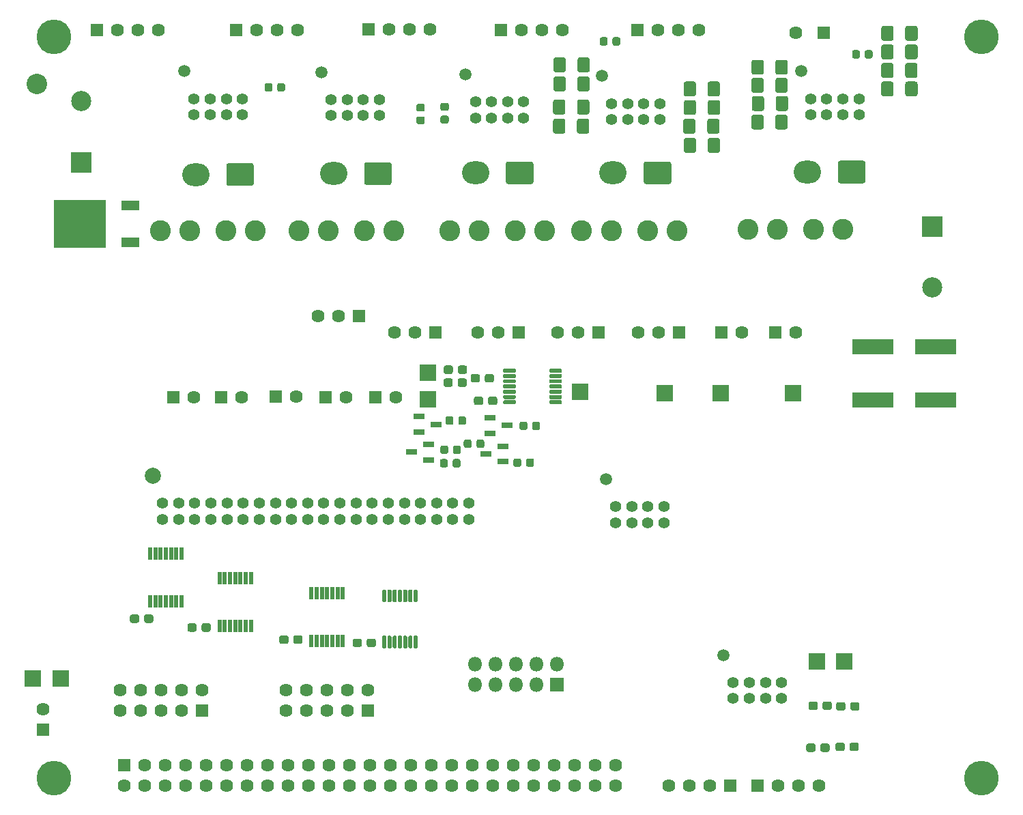
<source format=gbr>
%TF.GenerationSoftware,KiCad,Pcbnew,(5.1.6)-1*%
%TF.CreationDate,2021-03-29T16:14:19-07:00*%
%TF.ProjectId,expansion,65787061-6e73-4696-9f6e-2e6b69636164,1.03*%
%TF.SameCoordinates,Original*%
%TF.FileFunction,Soldermask,Bot*%
%TF.FilePolarity,Negative*%
%FSLAX46Y46*%
G04 Gerber Fmt 4.6, Leading zero omitted, Abs format (unit mm)*
G04 Created by KiCad (PCBNEW (5.1.6)-1) date 2021-03-29 16:14:19*
%MOMM*%
%LPD*%
G01*
G04 APERTURE LIST*
%ADD10R,5.180000X1.878000*%
%ADD11R,2.300000X1.300000*%
%ADD12R,6.500000X5.900000*%
%ADD13C,1.624000*%
%ADD14R,1.624000X1.624000*%
%ADD15C,2.500000*%
%ADD16R,2.500000X2.500000*%
%ADD17O,3.400000X2.800000*%
%ADD18C,4.301160*%
%ADD19O,1.800000X1.800000*%
%ADD20R,1.800000X1.800000*%
%ADD21C,2.540000*%
%ADD22R,2.100000X2.100000*%
%ADD23C,2.600000*%
%ADD24R,0.550000X1.575000*%
%ADD25C,1.420800*%
%ADD26C,1.497000*%
%ADD27C,2.005000*%
%ADD28R,1.440000X0.740000*%
G04 APERTURE END LIST*
D10*
%TO.C,D6*%
X134400000Y-76752000D03*
X134400000Y-70148000D03*
%TD*%
%TO.C,D7*%
X142200000Y-70198000D03*
X142200000Y-76802000D03*
%TD*%
D11*
%TO.C,D5*%
X42300000Y-52620000D03*
X42300000Y-57180000D03*
D12*
X36000000Y-54900000D03*
%TD*%
D13*
%TO.C,J9*%
X75090000Y-68389000D03*
X77630000Y-68389000D03*
D14*
X80170000Y-68389000D03*
%TD*%
D15*
%TO.C,J29*%
X36200000Y-39680000D03*
D16*
X36200000Y-47300000D03*
%TD*%
D13*
%TO.C,J1*%
X102484800Y-124655000D03*
X102484800Y-122115000D03*
X99944800Y-124655000D03*
X99944800Y-122115000D03*
X97404800Y-124655000D03*
X97404800Y-122115000D03*
X94864800Y-124655000D03*
X94864800Y-122115000D03*
X92324800Y-124655000D03*
X92324800Y-122115000D03*
X77084800Y-124655000D03*
X89784800Y-124655000D03*
X89784800Y-122115000D03*
X51684800Y-122115000D03*
X49144800Y-122115000D03*
X46604800Y-122115000D03*
X44064800Y-122115000D03*
X87244800Y-122115000D03*
X84704800Y-122115000D03*
X87244800Y-124655000D03*
X84704800Y-124655000D03*
X82164800Y-124655000D03*
X79624800Y-124655000D03*
X74544800Y-124655000D03*
X82164800Y-122115000D03*
X72004800Y-124655000D03*
X69464800Y-124655000D03*
X79624800Y-122115000D03*
X66924800Y-124655000D03*
X77084800Y-122115000D03*
X64384800Y-124655000D03*
X74544800Y-122115000D03*
X61844800Y-124655000D03*
X72004800Y-122115000D03*
X59304800Y-124655000D03*
X69464800Y-122115000D03*
X56764800Y-124655000D03*
X66924800Y-122115000D03*
X54224800Y-124655000D03*
X64384800Y-122115000D03*
X51684800Y-124655000D03*
X61844800Y-122115000D03*
X49144800Y-124655000D03*
X59304800Y-122115000D03*
X46604800Y-124655000D03*
X56764800Y-122115000D03*
X44064800Y-124655000D03*
X54224800Y-122115000D03*
X41524800Y-124655000D03*
D14*
X41524800Y-122115000D03*
%TD*%
D13*
%TO.C,J17*%
X124850000Y-31200000D03*
D14*
X128350000Y-31200000D03*
%TD*%
D17*
%TO.C,J31*%
X67500000Y-48700000D03*
G36*
G01*
X74440740Y-50100000D02*
X71559260Y-50100000D01*
G75*
G02*
X71300000Y-49840740I0J259260D01*
G01*
X71300000Y-47559260D01*
G75*
G02*
X71559260Y-47300000I259260J0D01*
G01*
X74440740Y-47300000D01*
G75*
G02*
X74700000Y-47559260I0J-259260D01*
G01*
X74700000Y-49840740D01*
G75*
G02*
X74440740Y-50100000I-259260J0D01*
G01*
G37*
%TD*%
D14*
%TO.C,J28*%
X31490000Y-117675000D03*
D13*
X31490000Y-115135000D03*
%TD*%
%TO.C,J27*%
X50195100Y-76453200D03*
D14*
X47655100Y-76453200D03*
%TD*%
%TO.C,J26*%
X53598700Y-76453200D03*
D13*
X56138700Y-76453200D03*
%TD*%
%TO.C,J25*%
X62907800Y-76377000D03*
D14*
X60367800Y-76377000D03*
%TD*%
D13*
%TO.C,J24*%
X118150000Y-68389000D03*
D14*
X115610000Y-68389000D03*
%TD*%
%TO.C,J23*%
X66540000Y-76415100D03*
D13*
X69080000Y-76415100D03*
%TD*%
D14*
%TO.C,J21*%
X122327560Y-68389000D03*
D13*
X124867560Y-68389000D03*
%TD*%
%TO.C,J20*%
X75252200Y-76415100D03*
D14*
X72712200Y-76415100D03*
%TD*%
D13*
%TO.C,J3*%
X112814060Y-30896060D03*
X110274060Y-30896060D03*
X107734060Y-30896060D03*
D14*
X105194060Y-30896060D03*
%TD*%
D18*
%TO.C,M7*%
X32853520Y-123694960D03*
%TD*%
%TO.C,M6*%
X147852020Y-31696160D03*
%TD*%
%TO.C,M5*%
X32853520Y-31696160D03*
%TD*%
%TO.C,M4*%
X147852020Y-123694960D03*
%TD*%
D19*
%TO.C,J15*%
X85060000Y-109525000D03*
X85060000Y-112065000D03*
X87600000Y-109525000D03*
X87600000Y-112065000D03*
X90140000Y-109525000D03*
X90140000Y-112065000D03*
X92680000Y-109525000D03*
X92680000Y-112065000D03*
X95220000Y-109525000D03*
D20*
X95220000Y-112065000D03*
%TD*%
D13*
%TO.C,J14*%
X127770000Y-124635000D03*
X125230000Y-124635000D03*
X122690000Y-124635000D03*
D14*
X120150000Y-124635000D03*
%TD*%
D21*
%TO.C,M3*%
X30700000Y-37600000D03*
%TD*%
D13*
%TO.C,J18*%
X40996000Y-112728000D03*
X40996000Y-115268000D03*
X43536000Y-112728000D03*
X43536000Y-115268000D03*
X46076000Y-112728000D03*
X46076000Y-115268000D03*
X48616000Y-112728000D03*
X48616000Y-115268000D03*
X51156000Y-112728000D03*
D14*
X51156000Y-115268000D03*
%TD*%
D13*
%TO.C,J19*%
X61604600Y-112728000D03*
X61604600Y-115268000D03*
X64144600Y-112728000D03*
X64144600Y-115268000D03*
X66684600Y-112728000D03*
X66684600Y-115268000D03*
X69224600Y-112728000D03*
X69224600Y-115268000D03*
X71764600Y-112728000D03*
D14*
X71764600Y-115268000D03*
%TD*%
D13*
%TO.C,J12*%
X65620000Y-66389000D03*
X68160000Y-66389000D03*
D14*
X70700000Y-66389000D03*
%TD*%
%TO.C,J2*%
X110330000Y-68389000D03*
D13*
X107790000Y-68389000D03*
X105250000Y-68389000D03*
%TD*%
%TO.C,J4*%
X95340000Y-68389000D03*
X97880000Y-68389000D03*
D14*
X100420000Y-68389000D03*
%TD*%
%TO.C,J6*%
X90480000Y-68389000D03*
D13*
X87940000Y-68389000D03*
X85400000Y-68389000D03*
%TD*%
D14*
%TO.C,J5*%
X88311180Y-30906060D03*
D13*
X90851180Y-30906060D03*
X93391180Y-30906060D03*
X95931180Y-30906060D03*
%TD*%
%TO.C,J7*%
X79479420Y-30837800D03*
X76939420Y-30837800D03*
X74399420Y-30837800D03*
D14*
X71859420Y-30837800D03*
%TD*%
%TO.C,J8*%
X55434120Y-30896060D03*
D13*
X57974120Y-30896060D03*
X60514120Y-30896060D03*
X63054120Y-30896060D03*
%TD*%
%TO.C,J10*%
X45792280Y-30896060D03*
X43252280Y-30896060D03*
X40712280Y-30896060D03*
D14*
X38172280Y-30896060D03*
%TD*%
D13*
%TO.C,J22*%
X109070000Y-124645000D03*
X111610000Y-124645000D03*
X114150000Y-124645000D03*
D14*
X116690000Y-124645000D03*
%TD*%
%TO.C,J30*%
G36*
G01*
X57340740Y-50200000D02*
X54459260Y-50200000D01*
G75*
G02*
X54200000Y-49940740I0J259260D01*
G01*
X54200000Y-47659260D01*
G75*
G02*
X54459260Y-47400000I259260J0D01*
G01*
X57340740Y-47400000D01*
G75*
G02*
X57600000Y-47659260I0J-259260D01*
G01*
X57600000Y-49940740D01*
G75*
G02*
X57340740Y-50200000I-259260J0D01*
G01*
G37*
D17*
X50400000Y-48800000D03*
%TD*%
%TO.C,J32*%
X85100000Y-48600000D03*
G36*
G01*
X92040740Y-50000000D02*
X89159260Y-50000000D01*
G75*
G02*
X88900000Y-49740740I0J259260D01*
G01*
X88900000Y-47459260D01*
G75*
G02*
X89159260Y-47200000I259260J0D01*
G01*
X92040740Y-47200000D01*
G75*
G02*
X92300000Y-47459260I0J-259260D01*
G01*
X92300000Y-49740740D01*
G75*
G02*
X92040740Y-50000000I-259260J0D01*
G01*
G37*
%TD*%
%TO.C,J33*%
X102200000Y-48600000D03*
G36*
G01*
X109140740Y-50000000D02*
X106259260Y-50000000D01*
G75*
G02*
X106000000Y-49740740I0J259260D01*
G01*
X106000000Y-47459260D01*
G75*
G02*
X106259260Y-47200000I259260J0D01*
G01*
X109140740Y-47200000D01*
G75*
G02*
X109400000Y-47459260I0J-259260D01*
G01*
X109400000Y-49740740D01*
G75*
G02*
X109140740Y-50000000I-259260J0D01*
G01*
G37*
%TD*%
%TO.C,J34*%
X126300000Y-48500000D03*
G36*
G01*
X133240740Y-49900000D02*
X130359260Y-49900000D01*
G75*
G02*
X130100000Y-49640740I0J259260D01*
G01*
X130100000Y-47359260D01*
G75*
G02*
X130359260Y-47100000I259260J0D01*
G01*
X133240740Y-47100000D01*
G75*
G02*
X133500000Y-47359260I0J-259260D01*
G01*
X133500000Y-49640740D01*
G75*
G02*
X133240740Y-49900000I-259260J0D01*
G01*
G37*
%TD*%
%TO.C,D1*%
G36*
G01*
X131010001Y-114512499D02*
X131010001Y-115037499D01*
G75*
G02*
X130747501Y-115299999I-262500J0D01*
G01*
X130122501Y-115299999D01*
G75*
G02*
X129860001Y-115037499I0J262500D01*
G01*
X129860001Y-114512499D01*
G75*
G02*
X130122501Y-114249999I262500J0D01*
G01*
X130747501Y-114249999D01*
G75*
G02*
X131010001Y-114512499I0J-262500D01*
G01*
G37*
G36*
G01*
X132760001Y-114512499D02*
X132760001Y-115037499D01*
G75*
G02*
X132497501Y-115299999I-262500J0D01*
G01*
X131872501Y-115299999D01*
G75*
G02*
X131610001Y-115037499I0J262500D01*
G01*
X131610001Y-114512499D01*
G75*
G02*
X131872501Y-114249999I262500J0D01*
G01*
X132497501Y-114249999D01*
G75*
G02*
X132760001Y-114512499I0J-262500D01*
G01*
G37*
%TD*%
%TO.C,D2*%
G36*
G01*
X132675000Y-119537500D02*
X132675000Y-120062500D01*
G75*
G02*
X132412500Y-120325000I-262500J0D01*
G01*
X131787500Y-120325000D01*
G75*
G02*
X131525000Y-120062500I0J262500D01*
G01*
X131525000Y-119537500D01*
G75*
G02*
X131787500Y-119275000I262500J0D01*
G01*
X132412500Y-119275000D01*
G75*
G02*
X132675000Y-119537500I0J-262500D01*
G01*
G37*
G36*
G01*
X130925000Y-119537500D02*
X130925000Y-120062500D01*
G75*
G02*
X130662500Y-120325000I-262500J0D01*
G01*
X130037500Y-120325000D01*
G75*
G02*
X129775000Y-120062500I0J262500D01*
G01*
X129775000Y-119537500D01*
G75*
G02*
X130037500Y-119275000I262500J0D01*
G01*
X130662500Y-119275000D01*
G75*
G02*
X130925000Y-119537500I0J-262500D01*
G01*
G37*
%TD*%
%TO.C,R8*%
G36*
G01*
X99300000Y-34552544D02*
X99300000Y-35867456D01*
G75*
G02*
X99032456Y-36135000I-267544J0D01*
G01*
X98042544Y-36135000D01*
G75*
G02*
X97775000Y-35867456I0J267544D01*
G01*
X97775000Y-34552544D01*
G75*
G02*
X98042544Y-34285000I267544J0D01*
G01*
X99032456Y-34285000D01*
G75*
G02*
X99300000Y-34552544I0J-267544D01*
G01*
G37*
G36*
G01*
X96325000Y-34552544D02*
X96325000Y-35867456D01*
G75*
G02*
X96057456Y-36135000I-267544J0D01*
G01*
X95067544Y-36135000D01*
G75*
G02*
X94800000Y-35867456I0J267544D01*
G01*
X94800000Y-34552544D01*
G75*
G02*
X95067544Y-34285000I267544J0D01*
G01*
X96057456Y-34285000D01*
G75*
G02*
X96325000Y-34552544I0J-267544D01*
G01*
G37*
%TD*%
%TO.C,R9*%
G36*
G01*
X96312500Y-36912544D02*
X96312500Y-38227456D01*
G75*
G02*
X96044956Y-38495000I-267544J0D01*
G01*
X95055044Y-38495000D01*
G75*
G02*
X94787500Y-38227456I0J267544D01*
G01*
X94787500Y-36912544D01*
G75*
G02*
X95055044Y-36645000I267544J0D01*
G01*
X96044956Y-36645000D01*
G75*
G02*
X96312500Y-36912544I0J-267544D01*
G01*
G37*
G36*
G01*
X99287500Y-36912544D02*
X99287500Y-38227456D01*
G75*
G02*
X99019956Y-38495000I-267544J0D01*
G01*
X98030044Y-38495000D01*
G75*
G02*
X97762500Y-38227456I0J267544D01*
G01*
X97762500Y-36912544D01*
G75*
G02*
X98030044Y-36645000I267544J0D01*
G01*
X99019956Y-36645000D01*
G75*
G02*
X99287500Y-36912544I0J-267544D01*
G01*
G37*
%TD*%
%TO.C,R10*%
G36*
G01*
X110887500Y-43482456D02*
X110887500Y-42167544D01*
G75*
G02*
X111155044Y-41900000I267544J0D01*
G01*
X112144956Y-41900000D01*
G75*
G02*
X112412500Y-42167544I0J-267544D01*
G01*
X112412500Y-43482456D01*
G75*
G02*
X112144956Y-43750000I-267544J0D01*
G01*
X111155044Y-43750000D01*
G75*
G02*
X110887500Y-43482456I0J267544D01*
G01*
G37*
G36*
G01*
X113862500Y-43482456D02*
X113862500Y-42167544D01*
G75*
G02*
X114130044Y-41900000I267544J0D01*
G01*
X115119956Y-41900000D01*
G75*
G02*
X115387500Y-42167544I0J-267544D01*
G01*
X115387500Y-43482456D01*
G75*
G02*
X115119956Y-43750000I-267544J0D01*
G01*
X114130044Y-43750000D01*
G75*
G02*
X113862500Y-43482456I0J267544D01*
G01*
G37*
%TD*%
%TO.C,R11*%
G36*
G01*
X96267500Y-39782544D02*
X96267500Y-41097456D01*
G75*
G02*
X95999956Y-41365000I-267544J0D01*
G01*
X95010044Y-41365000D01*
G75*
G02*
X94742500Y-41097456I0J267544D01*
G01*
X94742500Y-39782544D01*
G75*
G02*
X95010044Y-39515000I267544J0D01*
G01*
X95999956Y-39515000D01*
G75*
G02*
X96267500Y-39782544I0J-267544D01*
G01*
G37*
G36*
G01*
X99242500Y-39782544D02*
X99242500Y-41097456D01*
G75*
G02*
X98974956Y-41365000I-267544J0D01*
G01*
X97985044Y-41365000D01*
G75*
G02*
X97717500Y-41097456I0J267544D01*
G01*
X97717500Y-39782544D01*
G75*
G02*
X97985044Y-39515000I267544J0D01*
G01*
X98974956Y-39515000D01*
G75*
G02*
X99242500Y-39782544I0J-267544D01*
G01*
G37*
%TD*%
%TO.C,R12*%
G36*
G01*
X110962500Y-41157456D02*
X110962500Y-39842544D01*
G75*
G02*
X111230044Y-39575000I267544J0D01*
G01*
X112219956Y-39575000D01*
G75*
G02*
X112487500Y-39842544I0J-267544D01*
G01*
X112487500Y-41157456D01*
G75*
G02*
X112219956Y-41425000I-267544J0D01*
G01*
X111230044Y-41425000D01*
G75*
G02*
X110962500Y-41157456I0J267544D01*
G01*
G37*
G36*
G01*
X113937500Y-41157456D02*
X113937500Y-39842544D01*
G75*
G02*
X114205044Y-39575000I267544J0D01*
G01*
X115194956Y-39575000D01*
G75*
G02*
X115462500Y-39842544I0J-267544D01*
G01*
X115462500Y-41157456D01*
G75*
G02*
X115194956Y-41425000I-267544J0D01*
G01*
X114205044Y-41425000D01*
G75*
G02*
X113937500Y-41157456I0J267544D01*
G01*
G37*
%TD*%
%TO.C,R13*%
G36*
G01*
X96257500Y-42152544D02*
X96257500Y-43467456D01*
G75*
G02*
X95989956Y-43735000I-267544J0D01*
G01*
X95000044Y-43735000D01*
G75*
G02*
X94732500Y-43467456I0J267544D01*
G01*
X94732500Y-42152544D01*
G75*
G02*
X95000044Y-41885000I267544J0D01*
G01*
X95989956Y-41885000D01*
G75*
G02*
X96257500Y-42152544I0J-267544D01*
G01*
G37*
G36*
G01*
X99232500Y-42152544D02*
X99232500Y-43467456D01*
G75*
G02*
X98964956Y-43735000I-267544J0D01*
G01*
X97975044Y-43735000D01*
G75*
G02*
X97707500Y-43467456I0J267544D01*
G01*
X97707500Y-42152544D01*
G75*
G02*
X97975044Y-41885000I267544J0D01*
G01*
X98964956Y-41885000D01*
G75*
G02*
X99232500Y-42152544I0J-267544D01*
G01*
G37*
%TD*%
%TO.C,R14*%
G36*
G01*
X110937500Y-38857456D02*
X110937500Y-37542544D01*
G75*
G02*
X111205044Y-37275000I267544J0D01*
G01*
X112194956Y-37275000D01*
G75*
G02*
X112462500Y-37542544I0J-267544D01*
G01*
X112462500Y-38857456D01*
G75*
G02*
X112194956Y-39125000I-267544J0D01*
G01*
X111205044Y-39125000D01*
G75*
G02*
X110937500Y-38857456I0J267544D01*
G01*
G37*
G36*
G01*
X113912500Y-38857456D02*
X113912500Y-37542544D01*
G75*
G02*
X114180044Y-37275000I267544J0D01*
G01*
X115169956Y-37275000D01*
G75*
G02*
X115437500Y-37542544I0J-267544D01*
G01*
X115437500Y-38857456D01*
G75*
G02*
X115169956Y-39125000I-267544J0D01*
G01*
X114180044Y-39125000D01*
G75*
G02*
X113912500Y-38857456I0J267544D01*
G01*
G37*
%TD*%
%TO.C,R15*%
G36*
G01*
X128175000Y-114962500D02*
X128175000Y-114437500D01*
G75*
G02*
X128437500Y-114175000I262500J0D01*
G01*
X129062500Y-114175000D01*
G75*
G02*
X129325000Y-114437500I0J-262500D01*
G01*
X129325000Y-114962500D01*
G75*
G02*
X129062500Y-115225000I-262500J0D01*
G01*
X128437500Y-115225000D01*
G75*
G02*
X128175000Y-114962500I0J262500D01*
G01*
G37*
G36*
G01*
X126425000Y-114962500D02*
X126425000Y-114437500D01*
G75*
G02*
X126687500Y-114175000I262500J0D01*
G01*
X127312500Y-114175000D01*
G75*
G02*
X127575000Y-114437500I0J-262500D01*
G01*
X127575000Y-114962500D01*
G75*
G02*
X127312500Y-115225000I-262500J0D01*
G01*
X126687500Y-115225000D01*
G75*
G02*
X126425000Y-114962500I0J262500D01*
G01*
G37*
%TD*%
%TO.C,R16*%
G36*
G01*
X126150000Y-120162500D02*
X126150000Y-119637500D01*
G75*
G02*
X126412500Y-119375000I262500J0D01*
G01*
X127037500Y-119375000D01*
G75*
G02*
X127300000Y-119637500I0J-262500D01*
G01*
X127300000Y-120162500D01*
G75*
G02*
X127037500Y-120425000I-262500J0D01*
G01*
X126412500Y-120425000D01*
G75*
G02*
X126150000Y-120162500I0J262500D01*
G01*
G37*
G36*
G01*
X127900000Y-120162500D02*
X127900000Y-119637500D01*
G75*
G02*
X128162500Y-119375000I262500J0D01*
G01*
X128787500Y-119375000D01*
G75*
G02*
X129050000Y-119637500I0J-262500D01*
G01*
X129050000Y-120162500D01*
G75*
G02*
X128787500Y-120425000I-262500J0D01*
G01*
X128162500Y-120425000D01*
G75*
G02*
X127900000Y-120162500I0J262500D01*
G01*
G37*
%TD*%
D22*
%TO.C,TP1*%
X79200000Y-76700000D03*
%TD*%
%TO.C,TP2*%
X79200000Y-73400000D03*
%TD*%
%TO.C,TP3*%
X33700000Y-111300000D03*
%TD*%
%TO.C,TP4*%
X30200000Y-111300000D03*
%TD*%
%TO.C,TP5*%
X127500000Y-109200000D03*
%TD*%
%TO.C,TP6*%
X115500000Y-75900000D03*
%TD*%
%TO.C,TP7*%
X108600000Y-75900000D03*
%TD*%
%TO.C,TP8*%
X98100000Y-75800000D03*
%TD*%
%TO.C,TP9*%
X124500000Y-75900000D03*
%TD*%
%TO.C,TP10*%
X130900000Y-109200000D03*
%TD*%
%TO.C,U4*%
G36*
G01*
X73675000Y-106012500D02*
X73925000Y-106012500D01*
G75*
G02*
X74050000Y-106137500I0J-125000D01*
G01*
X74050000Y-107462500D01*
G75*
G02*
X73925000Y-107587500I-125000J0D01*
G01*
X73675000Y-107587500D01*
G75*
G02*
X73550000Y-107462500I0J125000D01*
G01*
X73550000Y-106137500D01*
G75*
G02*
X73675000Y-106012500I125000J0D01*
G01*
G37*
G36*
G01*
X74325000Y-106012500D02*
X74575000Y-106012500D01*
G75*
G02*
X74700000Y-106137500I0J-125000D01*
G01*
X74700000Y-107462500D01*
G75*
G02*
X74575000Y-107587500I-125000J0D01*
G01*
X74325000Y-107587500D01*
G75*
G02*
X74200000Y-107462500I0J125000D01*
G01*
X74200000Y-106137500D01*
G75*
G02*
X74325000Y-106012500I125000J0D01*
G01*
G37*
G36*
G01*
X74975000Y-106012500D02*
X75225000Y-106012500D01*
G75*
G02*
X75350000Y-106137500I0J-125000D01*
G01*
X75350000Y-107462500D01*
G75*
G02*
X75225000Y-107587500I-125000J0D01*
G01*
X74975000Y-107587500D01*
G75*
G02*
X74850000Y-107462500I0J125000D01*
G01*
X74850000Y-106137500D01*
G75*
G02*
X74975000Y-106012500I125000J0D01*
G01*
G37*
G36*
G01*
X75625000Y-106012500D02*
X75875000Y-106012500D01*
G75*
G02*
X76000000Y-106137500I0J-125000D01*
G01*
X76000000Y-107462500D01*
G75*
G02*
X75875000Y-107587500I-125000J0D01*
G01*
X75625000Y-107587500D01*
G75*
G02*
X75500000Y-107462500I0J125000D01*
G01*
X75500000Y-106137500D01*
G75*
G02*
X75625000Y-106012500I125000J0D01*
G01*
G37*
G36*
G01*
X76275000Y-106012500D02*
X76525000Y-106012500D01*
G75*
G02*
X76650000Y-106137500I0J-125000D01*
G01*
X76650000Y-107462500D01*
G75*
G02*
X76525000Y-107587500I-125000J0D01*
G01*
X76275000Y-107587500D01*
G75*
G02*
X76150000Y-107462500I0J125000D01*
G01*
X76150000Y-106137500D01*
G75*
G02*
X76275000Y-106012500I125000J0D01*
G01*
G37*
G36*
G01*
X76925000Y-106012500D02*
X77175000Y-106012500D01*
G75*
G02*
X77300000Y-106137500I0J-125000D01*
G01*
X77300000Y-107462500D01*
G75*
G02*
X77175000Y-107587500I-125000J0D01*
G01*
X76925000Y-107587500D01*
G75*
G02*
X76800000Y-107462500I0J125000D01*
G01*
X76800000Y-106137500D01*
G75*
G02*
X76925000Y-106012500I125000J0D01*
G01*
G37*
G36*
G01*
X77575000Y-106012500D02*
X77825000Y-106012500D01*
G75*
G02*
X77950000Y-106137500I0J-125000D01*
G01*
X77950000Y-107462500D01*
G75*
G02*
X77825000Y-107587500I-125000J0D01*
G01*
X77575000Y-107587500D01*
G75*
G02*
X77450000Y-107462500I0J125000D01*
G01*
X77450000Y-106137500D01*
G75*
G02*
X77575000Y-106012500I125000J0D01*
G01*
G37*
G36*
G01*
X77575000Y-100287500D02*
X77825000Y-100287500D01*
G75*
G02*
X77950000Y-100412500I0J-125000D01*
G01*
X77950000Y-101737500D01*
G75*
G02*
X77825000Y-101862500I-125000J0D01*
G01*
X77575000Y-101862500D01*
G75*
G02*
X77450000Y-101737500I0J125000D01*
G01*
X77450000Y-100412500D01*
G75*
G02*
X77575000Y-100287500I125000J0D01*
G01*
G37*
G36*
G01*
X76925000Y-100287500D02*
X77175000Y-100287500D01*
G75*
G02*
X77300000Y-100412500I0J-125000D01*
G01*
X77300000Y-101737500D01*
G75*
G02*
X77175000Y-101862500I-125000J0D01*
G01*
X76925000Y-101862500D01*
G75*
G02*
X76800000Y-101737500I0J125000D01*
G01*
X76800000Y-100412500D01*
G75*
G02*
X76925000Y-100287500I125000J0D01*
G01*
G37*
G36*
G01*
X76275000Y-100287500D02*
X76525000Y-100287500D01*
G75*
G02*
X76650000Y-100412500I0J-125000D01*
G01*
X76650000Y-101737500D01*
G75*
G02*
X76525000Y-101862500I-125000J0D01*
G01*
X76275000Y-101862500D01*
G75*
G02*
X76150000Y-101737500I0J125000D01*
G01*
X76150000Y-100412500D01*
G75*
G02*
X76275000Y-100287500I125000J0D01*
G01*
G37*
G36*
G01*
X75625000Y-100287500D02*
X75875000Y-100287500D01*
G75*
G02*
X76000000Y-100412500I0J-125000D01*
G01*
X76000000Y-101737500D01*
G75*
G02*
X75875000Y-101862500I-125000J0D01*
G01*
X75625000Y-101862500D01*
G75*
G02*
X75500000Y-101737500I0J125000D01*
G01*
X75500000Y-100412500D01*
G75*
G02*
X75625000Y-100287500I125000J0D01*
G01*
G37*
G36*
G01*
X74975000Y-100287500D02*
X75225000Y-100287500D01*
G75*
G02*
X75350000Y-100412500I0J-125000D01*
G01*
X75350000Y-101737500D01*
G75*
G02*
X75225000Y-101862500I-125000J0D01*
G01*
X74975000Y-101862500D01*
G75*
G02*
X74850000Y-101737500I0J125000D01*
G01*
X74850000Y-100412500D01*
G75*
G02*
X74975000Y-100287500I125000J0D01*
G01*
G37*
G36*
G01*
X74325000Y-100287500D02*
X74575000Y-100287500D01*
G75*
G02*
X74700000Y-100412500I0J-125000D01*
G01*
X74700000Y-101737500D01*
G75*
G02*
X74575000Y-101862500I-125000J0D01*
G01*
X74325000Y-101862500D01*
G75*
G02*
X74200000Y-101737500I0J125000D01*
G01*
X74200000Y-100412500D01*
G75*
G02*
X74325000Y-100287500I125000J0D01*
G01*
G37*
G36*
G01*
X73675000Y-100287500D02*
X73925000Y-100287500D01*
G75*
G02*
X74050000Y-100412500I0J-125000D01*
G01*
X74050000Y-101737500D01*
G75*
G02*
X73925000Y-101862500I-125000J0D01*
G01*
X73675000Y-101862500D01*
G75*
G02*
X73550000Y-101737500I0J125000D01*
G01*
X73550000Y-100412500D01*
G75*
G02*
X73675000Y-100287500I125000J0D01*
G01*
G37*
%TD*%
D16*
%TO.C,C3*%
X141800000Y-55300000D03*
D15*
X141800000Y-62800000D03*
%TD*%
D23*
%TO.C,F2*%
X46005000Y-55800000D03*
X49665000Y-55800000D03*
X54135000Y-55800000D03*
X57795000Y-55800000D03*
%TD*%
%TO.C,F3*%
X74995000Y-55800000D03*
X71335000Y-55800000D03*
X66865000Y-55800000D03*
X63205000Y-55800000D03*
%TD*%
%TO.C,F4*%
X81905000Y-55800000D03*
X85565000Y-55800000D03*
X90035000Y-55800000D03*
X93695000Y-55800000D03*
%TD*%
%TO.C,F5*%
X110095000Y-55800000D03*
X106435000Y-55800000D03*
X101965000Y-55800000D03*
X98305000Y-55800000D03*
%TD*%
%TO.C,F6*%
X118940000Y-55600000D03*
X122600000Y-55600000D03*
X127070000Y-55600000D03*
X130730000Y-55600000D03*
%TD*%
D24*
%TO.C,U1*%
X44750000Y-95862000D03*
X45400000Y-95862000D03*
X46050000Y-95862000D03*
X46700000Y-95862000D03*
X47350000Y-95862000D03*
X48000000Y-95862000D03*
X48650000Y-95862000D03*
X48650000Y-101738000D03*
X48000000Y-101738000D03*
X47350000Y-101738000D03*
X46700000Y-101738000D03*
X46050000Y-101738000D03*
X45400000Y-101738000D03*
X44750000Y-101738000D03*
%TD*%
%TO.C,U2*%
X53350000Y-98900000D03*
X54000000Y-98900000D03*
X54650000Y-98900000D03*
X55300000Y-98900000D03*
X55950000Y-98900000D03*
X56600000Y-98900000D03*
X57250000Y-98900000D03*
X57250000Y-104776000D03*
X56600000Y-104776000D03*
X55950000Y-104776000D03*
X55300000Y-104776000D03*
X54650000Y-104776000D03*
X54000000Y-104776000D03*
X53350000Y-104776000D03*
%TD*%
%TO.C,U3*%
X64750000Y-100762000D03*
X65400000Y-100762000D03*
X66050000Y-100762000D03*
X66700000Y-100762000D03*
X67350000Y-100762000D03*
X68000000Y-100762000D03*
X68650000Y-100762000D03*
X68650000Y-106638000D03*
X68000000Y-106638000D03*
X67350000Y-106638000D03*
X66700000Y-106638000D03*
X66050000Y-106638000D03*
X65400000Y-106638000D03*
X64750000Y-106638000D03*
%TD*%
%TO.C,D4*%
G36*
G01*
X82925000Y-73287500D02*
X82925000Y-72762500D01*
G75*
G02*
X83187500Y-72500000I262500J0D01*
G01*
X83812500Y-72500000D01*
G75*
G02*
X84075000Y-72762500I0J-262500D01*
G01*
X84075000Y-73287500D01*
G75*
G02*
X83812500Y-73550000I-262500J0D01*
G01*
X83187500Y-73550000D01*
G75*
G02*
X82925000Y-73287500I0J262500D01*
G01*
G37*
G36*
G01*
X81175000Y-73287500D02*
X81175000Y-72762500D01*
G75*
G02*
X81437500Y-72500000I262500J0D01*
G01*
X82062500Y-72500000D01*
G75*
G02*
X82325000Y-72762500I0J-262500D01*
G01*
X82325000Y-73287500D01*
G75*
G02*
X82062500Y-73550000I-262500J0D01*
G01*
X81437500Y-73550000D01*
G75*
G02*
X81175000Y-73287500I0J262500D01*
G01*
G37*
%TD*%
%TO.C,R2*%
G36*
G01*
X120875000Y-34842544D02*
X120875000Y-36157456D01*
G75*
G02*
X120607456Y-36425000I-267544J0D01*
G01*
X119617544Y-36425000D01*
G75*
G02*
X119350000Y-36157456I0J267544D01*
G01*
X119350000Y-34842544D01*
G75*
G02*
X119617544Y-34575000I267544J0D01*
G01*
X120607456Y-34575000D01*
G75*
G02*
X120875000Y-34842544I0J-267544D01*
G01*
G37*
G36*
G01*
X123850000Y-34842544D02*
X123850000Y-36157456D01*
G75*
G02*
X123582456Y-36425000I-267544J0D01*
G01*
X122592544Y-36425000D01*
G75*
G02*
X122325000Y-36157456I0J267544D01*
G01*
X122325000Y-34842544D01*
G75*
G02*
X122592544Y-34575000I267544J0D01*
G01*
X123582456Y-34575000D01*
G75*
G02*
X123850000Y-34842544I0J-267544D01*
G01*
G37*
%TD*%
%TO.C,R3*%
G36*
G01*
X135462500Y-38857456D02*
X135462500Y-37542544D01*
G75*
G02*
X135730044Y-37275000I267544J0D01*
G01*
X136719956Y-37275000D01*
G75*
G02*
X136987500Y-37542544I0J-267544D01*
G01*
X136987500Y-38857456D01*
G75*
G02*
X136719956Y-39125000I-267544J0D01*
G01*
X135730044Y-39125000D01*
G75*
G02*
X135462500Y-38857456I0J267544D01*
G01*
G37*
G36*
G01*
X138437500Y-38857456D02*
X138437500Y-37542544D01*
G75*
G02*
X138705044Y-37275000I267544J0D01*
G01*
X139694956Y-37275000D01*
G75*
G02*
X139962500Y-37542544I0J-267544D01*
G01*
X139962500Y-38857456D01*
G75*
G02*
X139694956Y-39125000I-267544J0D01*
G01*
X138705044Y-39125000D01*
G75*
G02*
X138437500Y-38857456I0J267544D01*
G01*
G37*
%TD*%
%TO.C,R4*%
G36*
G01*
X138437500Y-34257456D02*
X138437500Y-32942544D01*
G75*
G02*
X138705044Y-32675000I267544J0D01*
G01*
X139694956Y-32675000D01*
G75*
G02*
X139962500Y-32942544I0J-267544D01*
G01*
X139962500Y-34257456D01*
G75*
G02*
X139694956Y-34525000I-267544J0D01*
G01*
X138705044Y-34525000D01*
G75*
G02*
X138437500Y-34257456I0J267544D01*
G01*
G37*
G36*
G01*
X135462500Y-34257456D02*
X135462500Y-32942544D01*
G75*
G02*
X135730044Y-32675000I267544J0D01*
G01*
X136719956Y-32675000D01*
G75*
G02*
X136987500Y-32942544I0J-267544D01*
G01*
X136987500Y-34257456D01*
G75*
G02*
X136719956Y-34525000I-267544J0D01*
G01*
X135730044Y-34525000D01*
G75*
G02*
X135462500Y-34257456I0J267544D01*
G01*
G37*
%TD*%
%TO.C,R5*%
G36*
G01*
X123837500Y-41642544D02*
X123837500Y-42957456D01*
G75*
G02*
X123569956Y-43225000I-267544J0D01*
G01*
X122580044Y-43225000D01*
G75*
G02*
X122312500Y-42957456I0J267544D01*
G01*
X122312500Y-41642544D01*
G75*
G02*
X122580044Y-41375000I267544J0D01*
G01*
X123569956Y-41375000D01*
G75*
G02*
X123837500Y-41642544I0J-267544D01*
G01*
G37*
G36*
G01*
X120862500Y-41642544D02*
X120862500Y-42957456D01*
G75*
G02*
X120594956Y-43225000I-267544J0D01*
G01*
X119605044Y-43225000D01*
G75*
G02*
X119337500Y-42957456I0J267544D01*
G01*
X119337500Y-41642544D01*
G75*
G02*
X119605044Y-41375000I267544J0D01*
G01*
X120594956Y-41375000D01*
G75*
G02*
X120862500Y-41642544I0J-267544D01*
G01*
G37*
%TD*%
%TO.C,R6*%
G36*
G01*
X133412500Y-34181250D02*
X133412500Y-33618750D01*
G75*
G02*
X133656250Y-33375000I243750J0D01*
G01*
X134143750Y-33375000D01*
G75*
G02*
X134387500Y-33618750I0J-243750D01*
G01*
X134387500Y-34181250D01*
G75*
G02*
X134143750Y-34425000I-243750J0D01*
G01*
X133656250Y-34425000D01*
G75*
G02*
X133412500Y-34181250I0J243750D01*
G01*
G37*
G36*
G01*
X131837500Y-34181250D02*
X131837500Y-33618750D01*
G75*
G02*
X132081250Y-33375000I243750J0D01*
G01*
X132568750Y-33375000D01*
G75*
G02*
X132812500Y-33618750I0J-243750D01*
G01*
X132812500Y-34181250D01*
G75*
G02*
X132568750Y-34425000I-243750J0D01*
G01*
X132081250Y-34425000D01*
G75*
G02*
X131837500Y-34181250I0J243750D01*
G01*
G37*
%TD*%
%TO.C,R7*%
G36*
G01*
X123850000Y-37092544D02*
X123850000Y-38407456D01*
G75*
G02*
X123582456Y-38675000I-267544J0D01*
G01*
X122592544Y-38675000D01*
G75*
G02*
X122325000Y-38407456I0J267544D01*
G01*
X122325000Y-37092544D01*
G75*
G02*
X122592544Y-36825000I267544J0D01*
G01*
X123582456Y-36825000D01*
G75*
G02*
X123850000Y-37092544I0J-267544D01*
G01*
G37*
G36*
G01*
X120875000Y-37092544D02*
X120875000Y-38407456D01*
G75*
G02*
X120607456Y-38675000I-267544J0D01*
G01*
X119617544Y-38675000D01*
G75*
G02*
X119350000Y-38407456I0J267544D01*
G01*
X119350000Y-37092544D01*
G75*
G02*
X119617544Y-36825000I267544J0D01*
G01*
X120607456Y-36825000D01*
G75*
G02*
X120875000Y-37092544I0J-267544D01*
G01*
G37*
%TD*%
%TO.C,R17*%
G36*
G01*
X138425000Y-36557456D02*
X138425000Y-35242544D01*
G75*
G02*
X138692544Y-34975000I267544J0D01*
G01*
X139682456Y-34975000D01*
G75*
G02*
X139950000Y-35242544I0J-267544D01*
G01*
X139950000Y-36557456D01*
G75*
G02*
X139682456Y-36825000I-267544J0D01*
G01*
X138692544Y-36825000D01*
G75*
G02*
X138425000Y-36557456I0J267544D01*
G01*
G37*
G36*
G01*
X135450000Y-36557456D02*
X135450000Y-35242544D01*
G75*
G02*
X135717544Y-34975000I267544J0D01*
G01*
X136707456Y-34975000D01*
G75*
G02*
X136975000Y-35242544I0J-267544D01*
G01*
X136975000Y-36557456D01*
G75*
G02*
X136707456Y-36825000I-267544J0D01*
G01*
X135717544Y-36825000D01*
G75*
G02*
X135450000Y-36557456I0J267544D01*
G01*
G37*
%TD*%
%TO.C,R18*%
G36*
G01*
X138437500Y-31957456D02*
X138437500Y-30642544D01*
G75*
G02*
X138705044Y-30375000I267544J0D01*
G01*
X139694956Y-30375000D01*
G75*
G02*
X139962500Y-30642544I0J-267544D01*
G01*
X139962500Y-31957456D01*
G75*
G02*
X139694956Y-32225000I-267544J0D01*
G01*
X138705044Y-32225000D01*
G75*
G02*
X138437500Y-31957456I0J267544D01*
G01*
G37*
G36*
G01*
X135462500Y-31957456D02*
X135462500Y-30642544D01*
G75*
G02*
X135730044Y-30375000I267544J0D01*
G01*
X136719956Y-30375000D01*
G75*
G02*
X136987500Y-30642544I0J-267544D01*
G01*
X136987500Y-31957456D01*
G75*
G02*
X136719956Y-32225000I-267544J0D01*
G01*
X135730044Y-32225000D01*
G75*
G02*
X135462500Y-31957456I0J267544D01*
G01*
G37*
%TD*%
%TO.C,R19*%
G36*
G01*
X123900000Y-39342544D02*
X123900000Y-40657456D01*
G75*
G02*
X123632456Y-40925000I-267544J0D01*
G01*
X122642544Y-40925000D01*
G75*
G02*
X122375000Y-40657456I0J267544D01*
G01*
X122375000Y-39342544D01*
G75*
G02*
X122642544Y-39075000I267544J0D01*
G01*
X123632456Y-39075000D01*
G75*
G02*
X123900000Y-39342544I0J-267544D01*
G01*
G37*
G36*
G01*
X120925000Y-39342544D02*
X120925000Y-40657456D01*
G75*
G02*
X120657456Y-40925000I-267544J0D01*
G01*
X119667544Y-40925000D01*
G75*
G02*
X119400000Y-40657456I0J267544D01*
G01*
X119400000Y-39342544D01*
G75*
G02*
X119667544Y-39075000I267544J0D01*
G01*
X120657456Y-39075000D01*
G75*
G02*
X120925000Y-39342544I0J-267544D01*
G01*
G37*
%TD*%
%TO.C,R21*%
G36*
G01*
X110962500Y-45857456D02*
X110962500Y-44542544D01*
G75*
G02*
X111230044Y-44275000I267544J0D01*
G01*
X112219956Y-44275000D01*
G75*
G02*
X112487500Y-44542544I0J-267544D01*
G01*
X112487500Y-45857456D01*
G75*
G02*
X112219956Y-46125000I-267544J0D01*
G01*
X111230044Y-46125000D01*
G75*
G02*
X110962500Y-45857456I0J267544D01*
G01*
G37*
G36*
G01*
X113937500Y-45857456D02*
X113937500Y-44542544D01*
G75*
G02*
X114205044Y-44275000I267544J0D01*
G01*
X115194956Y-44275000D01*
G75*
G02*
X115462500Y-44542544I0J-267544D01*
G01*
X115462500Y-45857456D01*
G75*
G02*
X115194956Y-46125000I-267544J0D01*
G01*
X114205044Y-46125000D01*
G75*
G02*
X113937500Y-45857456I0J267544D01*
G01*
G37*
%TD*%
%TO.C,R22*%
G36*
G01*
X100537500Y-32581250D02*
X100537500Y-32018750D01*
G75*
G02*
X100781250Y-31775000I243750J0D01*
G01*
X101268750Y-31775000D01*
G75*
G02*
X101512500Y-32018750I0J-243750D01*
G01*
X101512500Y-32581250D01*
G75*
G02*
X101268750Y-32825000I-243750J0D01*
G01*
X100781250Y-32825000D01*
G75*
G02*
X100537500Y-32581250I0J243750D01*
G01*
G37*
G36*
G01*
X102112500Y-32581250D02*
X102112500Y-32018750D01*
G75*
G02*
X102356250Y-31775000I243750J0D01*
G01*
X102843750Y-31775000D01*
G75*
G02*
X103087500Y-32018750I0J-243750D01*
G01*
X103087500Y-32581250D01*
G75*
G02*
X102843750Y-32825000I-243750J0D01*
G01*
X102356250Y-32825000D01*
G75*
G02*
X102112500Y-32581250I0J243750D01*
G01*
G37*
%TD*%
%TO.C,R24*%
G36*
G01*
X82900000Y-74887500D02*
X82900000Y-74362500D01*
G75*
G02*
X83162500Y-74100000I262500J0D01*
G01*
X83787500Y-74100000D01*
G75*
G02*
X84050000Y-74362500I0J-262500D01*
G01*
X84050000Y-74887500D01*
G75*
G02*
X83787500Y-75150000I-262500J0D01*
G01*
X83162500Y-75150000D01*
G75*
G02*
X82900000Y-74887500I0J262500D01*
G01*
G37*
G36*
G01*
X81150000Y-74887500D02*
X81150000Y-74362500D01*
G75*
G02*
X81412500Y-74100000I262500J0D01*
G01*
X82037500Y-74100000D01*
G75*
G02*
X82300000Y-74362500I0J-262500D01*
G01*
X82300000Y-74887500D01*
G75*
G02*
X82037500Y-75150000I-262500J0D01*
G01*
X81412500Y-75150000D01*
G75*
G02*
X81150000Y-74887500I0J262500D01*
G01*
G37*
%TD*%
%TO.C,R25*%
G36*
G01*
X81568750Y-42475000D02*
X81006250Y-42475000D01*
G75*
G02*
X80762500Y-42231250I0J243750D01*
G01*
X80762500Y-41743750D01*
G75*
G02*
X81006250Y-41500000I243750J0D01*
G01*
X81568750Y-41500000D01*
G75*
G02*
X81812500Y-41743750I0J-243750D01*
G01*
X81812500Y-42231250D01*
G75*
G02*
X81568750Y-42475000I-243750J0D01*
G01*
G37*
G36*
G01*
X81568750Y-40900000D02*
X81006250Y-40900000D01*
G75*
G02*
X80762500Y-40656250I0J243750D01*
G01*
X80762500Y-40168750D01*
G75*
G02*
X81006250Y-39925000I243750J0D01*
G01*
X81568750Y-39925000D01*
G75*
G02*
X81812500Y-40168750I0J-243750D01*
G01*
X81812500Y-40656250D01*
G75*
G02*
X81568750Y-40900000I-243750J0D01*
G01*
G37*
%TD*%
%TO.C,R26*%
G36*
G01*
X78581250Y-41000000D02*
X78018750Y-41000000D01*
G75*
G02*
X77775000Y-40756250I0J243750D01*
G01*
X77775000Y-40268750D01*
G75*
G02*
X78018750Y-40025000I243750J0D01*
G01*
X78581250Y-40025000D01*
G75*
G02*
X78825000Y-40268750I0J-243750D01*
G01*
X78825000Y-40756250D01*
G75*
G02*
X78581250Y-41000000I-243750J0D01*
G01*
G37*
G36*
G01*
X78581250Y-42575000D02*
X78018750Y-42575000D01*
G75*
G02*
X77775000Y-42331250I0J243750D01*
G01*
X77775000Y-41843750D01*
G75*
G02*
X78018750Y-41600000I243750J0D01*
G01*
X78581250Y-41600000D01*
G75*
G02*
X78825000Y-41843750I0J-243750D01*
G01*
X78825000Y-42331250D01*
G75*
G02*
X78581250Y-42575000I-243750J0D01*
G01*
G37*
%TD*%
%TO.C,R27*%
G36*
G01*
X58937500Y-38281250D02*
X58937500Y-37718750D01*
G75*
G02*
X59181250Y-37475000I243750J0D01*
G01*
X59668750Y-37475000D01*
G75*
G02*
X59912500Y-37718750I0J-243750D01*
G01*
X59912500Y-38281250D01*
G75*
G02*
X59668750Y-38525000I-243750J0D01*
G01*
X59181250Y-38525000D01*
G75*
G02*
X58937500Y-38281250I0J243750D01*
G01*
G37*
G36*
G01*
X60512500Y-38281250D02*
X60512500Y-37718750D01*
G75*
G02*
X60756250Y-37475000I243750J0D01*
G01*
X61243750Y-37475000D01*
G75*
G02*
X61487500Y-37718750I0J-243750D01*
G01*
X61487500Y-38281250D01*
G75*
G02*
X61243750Y-38525000I-243750J0D01*
G01*
X60756250Y-38525000D01*
G75*
G02*
X60512500Y-38281250I0J243750D01*
G01*
G37*
%TD*%
D25*
%TO.C,J36*%
X132700000Y-39399999D03*
X132700000Y-41400001D03*
X130700001Y-39399999D03*
X130700001Y-41400001D03*
X128700000Y-39399999D03*
X128700000Y-41400001D03*
X126700002Y-39399999D03*
X126700002Y-41400001D03*
D26*
X125500002Y-36000001D03*
%TD*%
%TO.C,J37*%
X100800002Y-36600001D03*
D25*
X102000002Y-42000001D03*
X102000002Y-39999999D03*
X104000000Y-42000001D03*
X104000000Y-39999999D03*
X106000001Y-42000001D03*
X106000001Y-39999999D03*
X108000000Y-42000001D03*
X108000000Y-39999999D03*
%TD*%
D26*
%TO.C,J39*%
X49000002Y-36000001D03*
D25*
X50200002Y-41400001D03*
X50200002Y-39399999D03*
X52200000Y-41400001D03*
X52200000Y-39399999D03*
X54200001Y-41400001D03*
X54200001Y-39399999D03*
X56200000Y-41400001D03*
X56200000Y-39399999D03*
%TD*%
%TO.C,J40*%
X91100000Y-39799998D03*
X91100000Y-41800000D03*
X89100001Y-39799998D03*
X89100001Y-41800000D03*
X87100000Y-39799998D03*
X87100000Y-41800000D03*
X85100002Y-39799998D03*
X85100002Y-41800000D03*
D26*
X83900002Y-36400000D03*
%TD*%
D25*
%TO.C,J41*%
X73200000Y-39500000D03*
X73200000Y-41500002D03*
X71200001Y-39500000D03*
X71200001Y-41500002D03*
X69200000Y-39500000D03*
X69200000Y-41500002D03*
X67200002Y-39500000D03*
X67200002Y-41500002D03*
D26*
X66000002Y-36100002D03*
%TD*%
%TO.C,C4*%
G36*
G01*
X49375000Y-105262500D02*
X49375000Y-104737500D01*
G75*
G02*
X49637500Y-104475000I262500J0D01*
G01*
X50262500Y-104475000D01*
G75*
G02*
X50525000Y-104737500I0J-262500D01*
G01*
X50525000Y-105262500D01*
G75*
G02*
X50262500Y-105525000I-262500J0D01*
G01*
X49637500Y-105525000D01*
G75*
G02*
X49375000Y-105262500I0J262500D01*
G01*
G37*
G36*
G01*
X51125000Y-105262500D02*
X51125000Y-104737500D01*
G75*
G02*
X51387500Y-104475000I262500J0D01*
G01*
X52012500Y-104475000D01*
G75*
G02*
X52275000Y-104737500I0J-262500D01*
G01*
X52275000Y-105262500D01*
G75*
G02*
X52012500Y-105525000I-262500J0D01*
G01*
X51387500Y-105525000D01*
G75*
G02*
X51125000Y-105262500I0J262500D01*
G01*
G37*
%TD*%
%TO.C,C5*%
G36*
G01*
X45150000Y-103637500D02*
X45150000Y-104162500D01*
G75*
G02*
X44887500Y-104425000I-262500J0D01*
G01*
X44262500Y-104425000D01*
G75*
G02*
X44000000Y-104162500I0J262500D01*
G01*
X44000000Y-103637500D01*
G75*
G02*
X44262500Y-103375000I262500J0D01*
G01*
X44887500Y-103375000D01*
G75*
G02*
X45150000Y-103637500I0J-262500D01*
G01*
G37*
G36*
G01*
X43400000Y-103637500D02*
X43400000Y-104162500D01*
G75*
G02*
X43137500Y-104425000I-262500J0D01*
G01*
X42512500Y-104425000D01*
G75*
G02*
X42250000Y-104162500I0J262500D01*
G01*
X42250000Y-103637500D01*
G75*
G02*
X42512500Y-103375000I262500J0D01*
G01*
X43137500Y-103375000D01*
G75*
G02*
X43400000Y-103637500I0J-262500D01*
G01*
G37*
%TD*%
%TO.C,C6*%
G36*
G01*
X71625000Y-107162500D02*
X71625000Y-106637500D01*
G75*
G02*
X71887500Y-106375000I262500J0D01*
G01*
X72512500Y-106375000D01*
G75*
G02*
X72775000Y-106637500I0J-262500D01*
G01*
X72775000Y-107162500D01*
G75*
G02*
X72512500Y-107425000I-262500J0D01*
G01*
X71887500Y-107425000D01*
G75*
G02*
X71625000Y-107162500I0J262500D01*
G01*
G37*
G36*
G01*
X69875000Y-107162500D02*
X69875000Y-106637500D01*
G75*
G02*
X70137500Y-106375000I262500J0D01*
G01*
X70762500Y-106375000D01*
G75*
G02*
X71025000Y-106637500I0J-262500D01*
G01*
X71025000Y-107162500D01*
G75*
G02*
X70762500Y-107425000I-262500J0D01*
G01*
X70137500Y-107425000D01*
G75*
G02*
X69875000Y-107162500I0J262500D01*
G01*
G37*
%TD*%
%TO.C,C7*%
G36*
G01*
X62525000Y-106762500D02*
X62525000Y-106237500D01*
G75*
G02*
X62787500Y-105975000I262500J0D01*
G01*
X63412500Y-105975000D01*
G75*
G02*
X63675000Y-106237500I0J-262500D01*
G01*
X63675000Y-106762500D01*
G75*
G02*
X63412500Y-107025000I-262500J0D01*
G01*
X62787500Y-107025000D01*
G75*
G02*
X62525000Y-106762500I0J262500D01*
G01*
G37*
G36*
G01*
X60775000Y-106762500D02*
X60775000Y-106237500D01*
G75*
G02*
X61037500Y-105975000I262500J0D01*
G01*
X61662500Y-105975000D01*
G75*
G02*
X61925000Y-106237500I0J-262500D01*
G01*
X61925000Y-106762500D01*
G75*
G02*
X61662500Y-107025000I-262500J0D01*
G01*
X61037500Y-107025000D01*
G75*
G02*
X60775000Y-106762500I0J262500D01*
G01*
G37*
%TD*%
D25*
%TO.C,J16*%
X123100000Y-111799999D03*
X123100000Y-113800001D03*
X121100001Y-111799999D03*
X121100001Y-113800001D03*
X119100000Y-111799999D03*
X119100000Y-113800001D03*
X117100002Y-111799999D03*
X117100002Y-113800001D03*
D26*
X115900002Y-108400001D03*
%TD*%
D25*
%TO.C,J42*%
X84300001Y-89599998D03*
X84300001Y-91600000D03*
X82300000Y-89599998D03*
X82300000Y-91600000D03*
X80300002Y-89599998D03*
X80300002Y-91600000D03*
X78300000Y-89599998D03*
X78300000Y-91600000D03*
X76300002Y-89599998D03*
X76300002Y-91600000D03*
X74300001Y-89599998D03*
X74300001Y-91600000D03*
X72300000Y-89599998D03*
X72300000Y-91600000D03*
X70300001Y-89599998D03*
X70300001Y-91600000D03*
X68300000Y-89599998D03*
X68300000Y-91600000D03*
X66300002Y-89599998D03*
X66300002Y-91600000D03*
X64300001Y-89599998D03*
X64300001Y-91600000D03*
X62300002Y-89599998D03*
X62300002Y-91600000D03*
X60300001Y-89599998D03*
X60300001Y-91600000D03*
X58300000Y-89599998D03*
X58300000Y-91600000D03*
X56300001Y-89599998D03*
X56300001Y-91600000D03*
X54300000Y-89599998D03*
X54300000Y-91600000D03*
X52300002Y-89599998D03*
X52300002Y-91600000D03*
X50300001Y-89599998D03*
X50300001Y-91600000D03*
X48299999Y-89599998D03*
X48299999Y-91600000D03*
X46300001Y-89599998D03*
X46300001Y-91600000D03*
D27*
X45100001Y-86200000D03*
%TD*%
D25*
%TO.C,J43*%
X108500000Y-89999998D03*
X108500000Y-92000000D03*
X106500001Y-89999998D03*
X106500001Y-92000000D03*
X104500000Y-89999998D03*
X104500000Y-92000000D03*
X102500002Y-89999998D03*
X102500002Y-92000000D03*
D26*
X101300002Y-86600000D03*
%TD*%
%TO.C,C1*%
G36*
G01*
X86075000Y-76612500D02*
X86075000Y-77137500D01*
G75*
G02*
X85812500Y-77400000I-262500J0D01*
G01*
X85187500Y-77400000D01*
G75*
G02*
X84925000Y-77137500I0J262500D01*
G01*
X84925000Y-76612500D01*
G75*
G02*
X85187500Y-76350000I262500J0D01*
G01*
X85812500Y-76350000D01*
G75*
G02*
X86075000Y-76612500I0J-262500D01*
G01*
G37*
G36*
G01*
X87825000Y-76612500D02*
X87825000Y-77137500D01*
G75*
G02*
X87562500Y-77400000I-262500J0D01*
G01*
X86937500Y-77400000D01*
G75*
G02*
X86675000Y-77137500I0J262500D01*
G01*
X86675000Y-76612500D01*
G75*
G02*
X86937500Y-76350000I262500J0D01*
G01*
X87562500Y-76350000D01*
G75*
G02*
X87825000Y-76612500I0J-262500D01*
G01*
G37*
%TD*%
%TO.C,C2*%
G36*
G01*
X87415000Y-73817500D02*
X87415000Y-74342500D01*
G75*
G02*
X87152500Y-74605000I-262500J0D01*
G01*
X86527500Y-74605000D01*
G75*
G02*
X86265000Y-74342500I0J262500D01*
G01*
X86265000Y-73817500D01*
G75*
G02*
X86527500Y-73555000I262500J0D01*
G01*
X87152500Y-73555000D01*
G75*
G02*
X87415000Y-73817500I0J-262500D01*
G01*
G37*
G36*
G01*
X85665000Y-73817500D02*
X85665000Y-74342500D01*
G75*
G02*
X85402500Y-74605000I-262500J0D01*
G01*
X84777500Y-74605000D01*
G75*
G02*
X84515000Y-74342500I0J262500D01*
G01*
X84515000Y-73817500D01*
G75*
G02*
X84777500Y-73555000I262500J0D01*
G01*
X85402500Y-73555000D01*
G75*
G02*
X85665000Y-73817500I0J-262500D01*
G01*
G37*
%TD*%
D28*
%TO.C,Q1*%
X77200000Y-83250000D03*
X79300000Y-84200000D03*
X79300000Y-82300000D03*
%TD*%
%TO.C,Q2*%
X78100000Y-80750000D03*
X78100000Y-78850000D03*
X80200000Y-79800000D03*
%TD*%
%TO.C,Q3*%
X86400000Y-83450000D03*
X88500000Y-84400000D03*
X88500000Y-82500000D03*
%TD*%
%TO.C,Q4*%
X86910000Y-80890000D03*
X86910000Y-78990000D03*
X89010000Y-79940000D03*
%TD*%
%TO.C,R1*%
G36*
G01*
X80712500Y-84906250D02*
X80712500Y-84343750D01*
G75*
G02*
X80956250Y-84100000I243750J0D01*
G01*
X81443750Y-84100000D01*
G75*
G02*
X81687500Y-84343750I0J-243750D01*
G01*
X81687500Y-84906250D01*
G75*
G02*
X81443750Y-85150000I-243750J0D01*
G01*
X80956250Y-85150000D01*
G75*
G02*
X80712500Y-84906250I0J243750D01*
G01*
G37*
G36*
G01*
X82287500Y-84906250D02*
X82287500Y-84343750D01*
G75*
G02*
X82531250Y-84100000I243750J0D01*
G01*
X83018750Y-84100000D01*
G75*
G02*
X83262500Y-84343750I0J-243750D01*
G01*
X83262500Y-84906250D01*
G75*
G02*
X83018750Y-85150000I-243750J0D01*
G01*
X82531250Y-85150000D01*
G75*
G02*
X82287500Y-84906250I0J243750D01*
G01*
G37*
%TD*%
%TO.C,R20*%
G36*
G01*
X82337500Y-83231250D02*
X82337500Y-82668750D01*
G75*
G02*
X82581250Y-82425000I243750J0D01*
G01*
X83068750Y-82425000D01*
G75*
G02*
X83312500Y-82668750I0J-243750D01*
G01*
X83312500Y-83231250D01*
G75*
G02*
X83068750Y-83475000I-243750J0D01*
G01*
X82581250Y-83475000D01*
G75*
G02*
X82337500Y-83231250I0J243750D01*
G01*
G37*
G36*
G01*
X80762500Y-83231250D02*
X80762500Y-82668750D01*
G75*
G02*
X81006250Y-82425000I243750J0D01*
G01*
X81493750Y-82425000D01*
G75*
G02*
X81737500Y-82668750I0J-243750D01*
G01*
X81737500Y-83231250D01*
G75*
G02*
X81493750Y-83475000I-243750J0D01*
G01*
X81006250Y-83475000D01*
G75*
G02*
X80762500Y-83231250I0J243750D01*
G01*
G37*
%TD*%
%TO.C,R23*%
G36*
G01*
X83957500Y-79048750D02*
X83957500Y-79611250D01*
G75*
G02*
X83713750Y-79855000I-243750J0D01*
G01*
X83226250Y-79855000D01*
G75*
G02*
X82982500Y-79611250I0J243750D01*
G01*
X82982500Y-79048750D01*
G75*
G02*
X83226250Y-78805000I243750J0D01*
G01*
X83713750Y-78805000D01*
G75*
G02*
X83957500Y-79048750I0J-243750D01*
G01*
G37*
G36*
G01*
X82382500Y-79048750D02*
X82382500Y-79611250D01*
G75*
G02*
X82138750Y-79855000I-243750J0D01*
G01*
X81651250Y-79855000D01*
G75*
G02*
X81407500Y-79611250I0J243750D01*
G01*
X81407500Y-79048750D01*
G75*
G02*
X81651250Y-78805000I243750J0D01*
G01*
X82138750Y-78805000D01*
G75*
G02*
X82382500Y-79048750I0J-243750D01*
G01*
G37*
%TD*%
%TO.C,R28*%
G36*
G01*
X91400000Y-84831250D02*
X91400000Y-84268750D01*
G75*
G02*
X91643750Y-84025000I243750J0D01*
G01*
X92131250Y-84025000D01*
G75*
G02*
X92375000Y-84268750I0J-243750D01*
G01*
X92375000Y-84831250D01*
G75*
G02*
X92131250Y-85075000I-243750J0D01*
G01*
X91643750Y-85075000D01*
G75*
G02*
X91400000Y-84831250I0J243750D01*
G01*
G37*
G36*
G01*
X89825000Y-84831250D02*
X89825000Y-84268750D01*
G75*
G02*
X90068750Y-84025000I243750J0D01*
G01*
X90556250Y-84025000D01*
G75*
G02*
X90800000Y-84268750I0J-243750D01*
G01*
X90800000Y-84831250D01*
G75*
G02*
X90556250Y-85075000I-243750J0D01*
G01*
X90068750Y-85075000D01*
G75*
G02*
X89825000Y-84831250I0J243750D01*
G01*
G37*
%TD*%
%TO.C,R29*%
G36*
G01*
X86207500Y-81918750D02*
X86207500Y-82481250D01*
G75*
G02*
X85963750Y-82725000I-243750J0D01*
G01*
X85476250Y-82725000D01*
G75*
G02*
X85232500Y-82481250I0J243750D01*
G01*
X85232500Y-81918750D01*
G75*
G02*
X85476250Y-81675000I243750J0D01*
G01*
X85963750Y-81675000D01*
G75*
G02*
X86207500Y-81918750I0J-243750D01*
G01*
G37*
G36*
G01*
X84632500Y-81918750D02*
X84632500Y-82481250D01*
G75*
G02*
X84388750Y-82725000I-243750J0D01*
G01*
X83901250Y-82725000D01*
G75*
G02*
X83657500Y-82481250I0J243750D01*
G01*
X83657500Y-81918750D01*
G75*
G02*
X83901250Y-81675000I243750J0D01*
G01*
X84388750Y-81675000D01*
G75*
G02*
X84632500Y-81918750I0J-243750D01*
G01*
G37*
%TD*%
%TO.C,R30*%
G36*
G01*
X91552500Y-79698750D02*
X91552500Y-80261250D01*
G75*
G02*
X91308750Y-80505000I-243750J0D01*
G01*
X90821250Y-80505000D01*
G75*
G02*
X90577500Y-80261250I0J243750D01*
G01*
X90577500Y-79698750D01*
G75*
G02*
X90821250Y-79455000I243750J0D01*
G01*
X91308750Y-79455000D01*
G75*
G02*
X91552500Y-79698750I0J-243750D01*
G01*
G37*
G36*
G01*
X93127500Y-79698750D02*
X93127500Y-80261250D01*
G75*
G02*
X92883750Y-80505000I-243750J0D01*
G01*
X92396250Y-80505000D01*
G75*
G02*
X92152500Y-80261250I0J243750D01*
G01*
X92152500Y-79698750D01*
G75*
G02*
X92396250Y-79455000I243750J0D01*
G01*
X92883750Y-79455000D01*
G75*
G02*
X93127500Y-79698750I0J-243750D01*
G01*
G37*
%TD*%
%TO.C,U5*%
G36*
G01*
X88550000Y-77175000D02*
X88550000Y-76925000D01*
G75*
G02*
X88675000Y-76800000I125000J0D01*
G01*
X90000000Y-76800000D01*
G75*
G02*
X90125000Y-76925000I0J-125000D01*
G01*
X90125000Y-77175000D01*
G75*
G02*
X90000000Y-77300000I-125000J0D01*
G01*
X88675000Y-77300000D01*
G75*
G02*
X88550000Y-77175000I0J125000D01*
G01*
G37*
G36*
G01*
X88550000Y-76525000D02*
X88550000Y-76275000D01*
G75*
G02*
X88675000Y-76150000I125000J0D01*
G01*
X90000000Y-76150000D01*
G75*
G02*
X90125000Y-76275000I0J-125000D01*
G01*
X90125000Y-76525000D01*
G75*
G02*
X90000000Y-76650000I-125000J0D01*
G01*
X88675000Y-76650000D01*
G75*
G02*
X88550000Y-76525000I0J125000D01*
G01*
G37*
G36*
G01*
X88550000Y-75875000D02*
X88550000Y-75625000D01*
G75*
G02*
X88675000Y-75500000I125000J0D01*
G01*
X90000000Y-75500000D01*
G75*
G02*
X90125000Y-75625000I0J-125000D01*
G01*
X90125000Y-75875000D01*
G75*
G02*
X90000000Y-76000000I-125000J0D01*
G01*
X88675000Y-76000000D01*
G75*
G02*
X88550000Y-75875000I0J125000D01*
G01*
G37*
G36*
G01*
X88550000Y-75225000D02*
X88550000Y-74975000D01*
G75*
G02*
X88675000Y-74850000I125000J0D01*
G01*
X90000000Y-74850000D01*
G75*
G02*
X90125000Y-74975000I0J-125000D01*
G01*
X90125000Y-75225000D01*
G75*
G02*
X90000000Y-75350000I-125000J0D01*
G01*
X88675000Y-75350000D01*
G75*
G02*
X88550000Y-75225000I0J125000D01*
G01*
G37*
G36*
G01*
X88550000Y-74575000D02*
X88550000Y-74325000D01*
G75*
G02*
X88675000Y-74200000I125000J0D01*
G01*
X90000000Y-74200000D01*
G75*
G02*
X90125000Y-74325000I0J-125000D01*
G01*
X90125000Y-74575000D01*
G75*
G02*
X90000000Y-74700000I-125000J0D01*
G01*
X88675000Y-74700000D01*
G75*
G02*
X88550000Y-74575000I0J125000D01*
G01*
G37*
G36*
G01*
X88550000Y-73925000D02*
X88550000Y-73675000D01*
G75*
G02*
X88675000Y-73550000I125000J0D01*
G01*
X90000000Y-73550000D01*
G75*
G02*
X90125000Y-73675000I0J-125000D01*
G01*
X90125000Y-73925000D01*
G75*
G02*
X90000000Y-74050000I-125000J0D01*
G01*
X88675000Y-74050000D01*
G75*
G02*
X88550000Y-73925000I0J125000D01*
G01*
G37*
G36*
G01*
X88550000Y-73275000D02*
X88550000Y-73025000D01*
G75*
G02*
X88675000Y-72900000I125000J0D01*
G01*
X90000000Y-72900000D01*
G75*
G02*
X90125000Y-73025000I0J-125000D01*
G01*
X90125000Y-73275000D01*
G75*
G02*
X90000000Y-73400000I-125000J0D01*
G01*
X88675000Y-73400000D01*
G75*
G02*
X88550000Y-73275000I0J125000D01*
G01*
G37*
G36*
G01*
X94275000Y-73275000D02*
X94275000Y-73025000D01*
G75*
G02*
X94400000Y-72900000I125000J0D01*
G01*
X95725000Y-72900000D01*
G75*
G02*
X95850000Y-73025000I0J-125000D01*
G01*
X95850000Y-73275000D01*
G75*
G02*
X95725000Y-73400000I-125000J0D01*
G01*
X94400000Y-73400000D01*
G75*
G02*
X94275000Y-73275000I0J125000D01*
G01*
G37*
G36*
G01*
X94275000Y-73925000D02*
X94275000Y-73675000D01*
G75*
G02*
X94400000Y-73550000I125000J0D01*
G01*
X95725000Y-73550000D01*
G75*
G02*
X95850000Y-73675000I0J-125000D01*
G01*
X95850000Y-73925000D01*
G75*
G02*
X95725000Y-74050000I-125000J0D01*
G01*
X94400000Y-74050000D01*
G75*
G02*
X94275000Y-73925000I0J125000D01*
G01*
G37*
G36*
G01*
X94275000Y-74575000D02*
X94275000Y-74325000D01*
G75*
G02*
X94400000Y-74200000I125000J0D01*
G01*
X95725000Y-74200000D01*
G75*
G02*
X95850000Y-74325000I0J-125000D01*
G01*
X95850000Y-74575000D01*
G75*
G02*
X95725000Y-74700000I-125000J0D01*
G01*
X94400000Y-74700000D01*
G75*
G02*
X94275000Y-74575000I0J125000D01*
G01*
G37*
G36*
G01*
X94275000Y-75225000D02*
X94275000Y-74975000D01*
G75*
G02*
X94400000Y-74850000I125000J0D01*
G01*
X95725000Y-74850000D01*
G75*
G02*
X95850000Y-74975000I0J-125000D01*
G01*
X95850000Y-75225000D01*
G75*
G02*
X95725000Y-75350000I-125000J0D01*
G01*
X94400000Y-75350000D01*
G75*
G02*
X94275000Y-75225000I0J125000D01*
G01*
G37*
G36*
G01*
X94275000Y-75875000D02*
X94275000Y-75625000D01*
G75*
G02*
X94400000Y-75500000I125000J0D01*
G01*
X95725000Y-75500000D01*
G75*
G02*
X95850000Y-75625000I0J-125000D01*
G01*
X95850000Y-75875000D01*
G75*
G02*
X95725000Y-76000000I-125000J0D01*
G01*
X94400000Y-76000000D01*
G75*
G02*
X94275000Y-75875000I0J125000D01*
G01*
G37*
G36*
G01*
X94275000Y-76525000D02*
X94275000Y-76275000D01*
G75*
G02*
X94400000Y-76150000I125000J0D01*
G01*
X95725000Y-76150000D01*
G75*
G02*
X95850000Y-76275000I0J-125000D01*
G01*
X95850000Y-76525000D01*
G75*
G02*
X95725000Y-76650000I-125000J0D01*
G01*
X94400000Y-76650000D01*
G75*
G02*
X94275000Y-76525000I0J125000D01*
G01*
G37*
G36*
G01*
X94275000Y-77175000D02*
X94275000Y-76925000D01*
G75*
G02*
X94400000Y-76800000I125000J0D01*
G01*
X95725000Y-76800000D01*
G75*
G02*
X95850000Y-76925000I0J-125000D01*
G01*
X95850000Y-77175000D01*
G75*
G02*
X95725000Y-77300000I-125000J0D01*
G01*
X94400000Y-77300000D01*
G75*
G02*
X94275000Y-77175000I0J125000D01*
G01*
G37*
%TD*%
M02*

</source>
